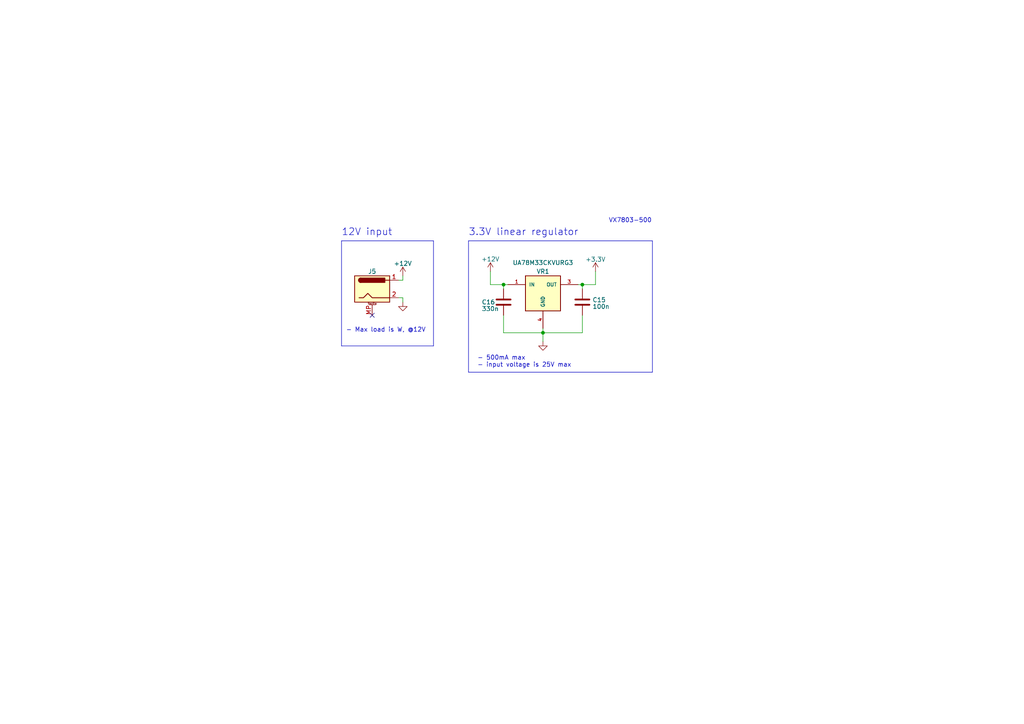
<source format=kicad_sch>
(kicad_sch (version 20230121) (generator eeschema)
  (paper "A4")
  (lib_symbols
    (symbol "Connector:Barrel_Jack_MountingPin" (pin_names hide)
      (property "Reference" "J" (at 0 5.334 0))
      (property "Value" "Barrel_Jack_MountingPin" (at 1.27 -6.35 0))
      (symbol "Barrel_Jack_MountingPin_0_1"
        (rectangle (start -5.08 3.81) (end 5.08 -3.81) (stroke (width 0.254)) (fill (type background)))
        (arc (start -3.302 3.175) (mid -3.9343 2.54) (end -3.302 1.905) (stroke (width 0.254)))
        (arc (start -3.302 3.175) (mid -3.9343 2.54) (end -3.302 1.905) (stroke (width 0.254)) (fill (type outline)))
        (polyline (pts (xy 5.08 2.54) (xy 3.81 2.54)) (stroke (width 0.254)))
        (polyline (pts (xy -3.81 -2.54) (xy -2.54 -2.54) (xy -1.27 -1.27) (xy 0 -2.54) (xy 2.54 -2.54) (xy 5.08 -2.54)) (stroke (width 0.254)))
        (rectangle (start 3.683 3.175) (end -3.302 1.905) (stroke (width 0.254)) (fill (type outline)))
      )
      (symbol "Barrel_Jack_MountingPin_1_1"
        (polyline (pts (xy -1.016 -4.572) (xy 1.016 -4.572)) (stroke (width 0.1524)))
        (text "Mounting" (at 0 -4.191 0) (effects (font (size 0.381 0.381))))
        (pin passive line (at 7.62 2.54 180) (length 2.54) (name "~") (number "1"))
        (pin passive line (at 7.62 -2.54 180) (length 2.54) (name "~") (number "2"))
        (pin passive line (at 0 -7.62 90) (length 3.048) (name "MountPin") (number "MP"))
      )
    )
    (symbol "Device:C" (pin_numbers hide) (pin_names (offset 0.254))
      (property "Reference" "C" (at 0.635 2.54 0))
      (property "Value" "C" (at 0.635 -2.54 0))
      (symbol "C_0_1"
        (polyline (pts (xy -2.032 -0.762) (xy 2.032 -0.762)) (stroke (width 0.508)))
        (polyline (pts (xy -2.032 0.762) (xy 2.032 0.762)) (stroke (width 0.508)))
      )
      (symbol "C_1_1"
        (pin passive line (at 0 3.81 270) (length 2.794) (name "~") (number "1"))
        (pin passive line (at 0 -3.81 90) (length 2.794) (name "~") (number "2"))
      )
    )
    (symbol "UA78M33CKVURG3:UA78M33CKVURG3" (pin_names (offset 1.016))
      (property "Reference" "VR" (at -8.89 5.842 0))
      (property "Value" "UA78M33CKVURG3" (at 11.43 -7.62 0))
      (symbol "UA78M33CKVURG3_0_0"
        (rectangle (start -8.89 5.08) (end 1.27 -5.08) (stroke (width 0.254)) (fill (type background)))
        (pin input line (at -13.97 2.54 0) (length 5.08) (name "IN") (number "1"))
        (pin output line (at 6.35 2.54 180) (length 5.08) (name "OUT") (number "3"))
        (pin power_in line (at -3.81 -10.16 90) (length 5.08) (name "GND") (number "4"))
      )
    )
    (symbol "power:+12V" (power) (pin_names (offset 0))
      (property "Value" "+12V" (at 0 3.556 0))
      (symbol "+12V_0_1"
        (polyline (pts (xy -0.762 1.27) (xy 0 2.54)))
        (polyline (pts (xy 0 0) (xy 0 2.54)))
        (polyline (pts (xy 0 2.54) (xy 0.762 1.27)))
      )
      (symbol "+12V_1_1"
        (pin power_in line (at 0 0 90) (length 0) hide (name "+12V") (number "1"))
      )
    )
    (symbol "power:+3.3V" (power) (pin_names (offset 0))
      (property "Value" "+3.3V" (at 0 3.556 0))
      (symbol "+3.3V_0_1"
        (polyline (pts (xy -0.762 1.27) (xy 0 2.54)))
        (polyline (pts (xy 0 0) (xy 0 2.54)))
        (polyline (pts (xy 0 2.54) (xy 0.762 1.27)))
      )
      (symbol "+3.3V_1_1"
        (pin power_in line (at 0 0 90) (length 0) hide (name "+3.3V") (number "1"))
      )
    )
    (symbol "power:GND" (power) (pin_names (offset 0))
      (property "Value" "GND" (at 0 -3.81 0))
      (symbol "GND_0_1"
        (polyline (pts (xy 0 0) (xy 0 -1.27) (xy 1.27 -1.27) (xy 0 -2.54) (xy -1.27 -1.27) (xy 0 -1.27)))
      )
      (symbol "GND_1_1"
        (pin power_in line (at 0 0 270) (length 0) hide (name "GND") (number "1"))
      )
    )
  )
  (junction (at 146.05 82.55))
  (junction (at 168.91 82.55))
  (junction (at 157.48 96.52))
  (no_connect (at 107.95 91.44))
  (wire (pts (xy 168.91 82.55) (xy 168.91 83.82)))
  (polyline (pts (xy 99.06 69.85) (xy 125.73 69.85)))
  (wire (pts (xy 116.84 80.01) (xy 116.84 81.28)))
  (wire (pts (xy 157.48 95.25) (xy 157.48 96.52)))
  (wire (pts (xy 146.05 96.52) (xy 157.48 96.52)))
  (wire (pts (xy 147.32 82.55) (xy 146.05 82.55)))
  (polyline (pts (xy 99.06 100.33) (xy 125.73 100.33)))
  (wire (pts (xy 167.64 82.55) (xy 168.91 82.55)))
  (wire (pts (xy 142.24 82.55) (xy 146.05 82.55)))
  (polyline (pts (xy 99.06 69.85) (xy 99.06 100.33)))
  (polyline (pts (xy 135.89 107.95) (xy 189.23 107.95)))
  (wire (pts (xy 142.24 78.74) (xy 142.24 82.55)))
  (wire (pts (xy 116.84 86.36) (xy 116.84 87.63)))
  (wire (pts (xy 157.48 96.52) (xy 157.48 99.06)))
  (wire (pts (xy 116.84 81.28) (xy 115.57 81.28)))
  (wire (pts (xy 168.91 91.44) (xy 168.91 96.52)))
  (wire (pts (xy 146.05 91.44) (xy 146.05 96.52)))
  (polyline (pts (xy 135.89 69.85) (xy 189.23 69.85)))
  (wire (pts (xy 172.72 82.55) (xy 172.72 78.74)))
  (wire (pts (xy 157.48 96.52) (xy 168.91 96.52)))
  (wire (pts (xy 116.84 86.36) (xy 115.57 86.36)))
  (wire (pts (xy 168.91 82.55) (xy 172.72 82.55)))
  (wire (pts (xy 146.05 82.55) (xy 146.05 83.82)))
  (polyline (pts (xy 125.73 100.33) (xy 125.73 69.85)))
  (polyline (pts (xy 135.89 69.85) (xy 135.89 107.95)))
  (polyline (pts (xy 189.23 107.95) (xy 189.23 69.85)))
  (text "- 500mA max\n- input voltage is 25V max" (at 138.43 106.68 0) (effects (font (size 1.27 1.27)) (justify left bottom)))
  (text "- Max load is W, @12V" (at 100.33 96.52 0) (effects (font (size 1.27 1.27)) (justify left bottom)))
  (text "3.3V linear regulator" (at 135.89 68.58 0) (effects (font (size 2 2)) (justify left bottom)))
  (text "12V input" (at 99.06 68.58 0) (effects (font (size 2 2)) (justify left bottom)))
  (text "VX7803-500 " (at 176.53 64.77 0) (effects (font (size 1.27 1.27)) (justify left bottom)))
  (symbol (lib_id "power:+3.3V") (at 172.72 78.74 0) (unit 1)
    (property "Reference" "#PWR04" (effects hide))
    (property "Value" "+3.3V" (at 172.72 75.2381 0))
  )
  (symbol (lib_id "power:GND") (at 157.48 99.06 0) (unit 1)
    (property "Reference" "#PWR01" (effects hide))
    (property "Value" "GND" (effects hide))
  )
  (symbol (lib_id "Device:C") (at 146.05 87.63 0) (unit 1)
    (property "Reference" "C16" (at 139.7 87.63 0) (effects (justify left)))
    (property "Value" "330n" (at 139.7 89.551 0) (effects (justify left)))
    (property "Footprint" "Capacitor_SMD:C_0603_1608Metric" (effects hide))
  )
  (symbol (lib_id "UA78M33CKVURG3:UA78M33CKVURG3") (at 161.29 85.09 0) (unit 1)
    (property "Reference" "VR1" (at 157.48 78.74 0))
    (property "Value" "UA78M33CKVURG3" (at 157.48 76.2 0))
    (property "Footprint" "TO229P990X252-3N" (effects hide))
    (property "MAXIMUM_PACKAGE_HEIGHT" "2.52mm" (effects hide))
    (property "MANUFACTURER" "Texas Instruments" (effects hide))
    (property "SNAPEDA_PACKAGE_ID" "102718" (effects hide))
    (property "PARTREV" "T" (effects hide))
    (property "STANDARD" "IPC-7351B" (effects hide))
  )
  (symbol (lib_id "power:+12V") (at 116.84 80.01 0) (mirror y) (unit 1)
    (property "Reference" "#PWR0111" (effects hide))
    (property "Value" "+12V" (at 116.84 76.4342 0))
  )
  (symbol (lib_id "power:+12V") (at 142.24 78.74 0) (mirror y) (unit 1)
    (property "Reference" "#PWR03" (effects hide))
    (property "Value" "+12V" (at 142.24 75.1642 0))
  )
  (symbol (lib_id "power:GND") (at 116.84 87.63 0) (unit 1)
    (property "Reference" "#PWR0110" (effects hide))
    (property "Value" "GND" (effects hide))
  )
  (symbol (lib_id "Connector:Barrel_Jack_MountingPin") (at 107.95 83.82 0) (unit 1)
    (property "Reference" "J5" (at 107.95 78.74 0))
    (property "Value" "Barrel_Jack_MountingPin" (effects hide))
    (property "Footprint" "Connector_BarrelJack:BarrelJack_GCT_DCJ200-10-A_Horizontal" (effects hide))
  )
  (symbol (lib_id "Device:C") (at 168.91 87.63 0) (unit 1)
    (property "Reference" "C15" (at 171.831 86.9863 0) (effects (justify left)))
    (property "Value" "100n" (at 171.831 88.9073 0) (effects (justify left)))
    (property "Footprint" "Capacitor_SMD:C_0603_1608Metric" (effects hide))
  )
)
</source>
